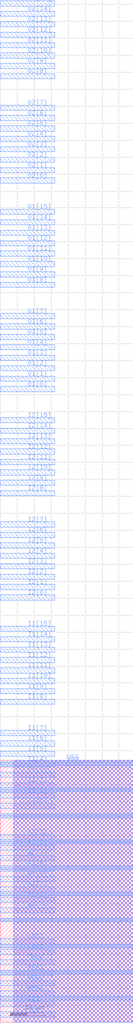
<source format=lef>
VERSION 5.6 ;
BUSBITCHARS "[]" ;
DIVIDERCHAR "/" ;

MACRO SRAM2RW16x16
  CLASS BLOCK ;
  ORIGIN 0 0 ;
  FOREIGN SRAM2RW16x16 0 0 ;
  SIZE 39.2 BY 77.184 ;
  SYMMETRY X Y ;
  SITE coreSite ;
  PIN VDD
    DIRECTION INOUT ;
    USE POWER ;
    PORT 
      LAYER M4 ;
        RECT 0.0 6.528 39.2 6.912 ;
        RECT 0.0 14.208 39.2 14.592 ;
        RECT 0.0 21.888 39.2 22.272 ;
        RECT 0.0 29.568 39.2 29.952 ;
        RECT 0.0 37.248 39.2 37.632 ;
        RECT 0.0 44.928 39.2 45.312 ;
        RECT 0.0 52.608 39.2 52.992 ;
        RECT 0.0 60.288 39.2 60.672 ;
        RECT 0.0 67.968 39.2 68.352 ;
        RECT 0.0 75.648 39.2 76.032 ;
    END 
  END VDD
  PIN VSS
    DIRECTION INOUT ;
    USE GROUND ;
    PORT 
      LAYER M4 ;
        RECT 0.0 7.296 39.2 7.68 ;
        RECT 0.0 14.976 39.2 15.36 ;
        RECT 0.0 22.656 39.2 23.04 ;
        RECT 0.0 30.336 39.2 30.72 ;
        RECT 0.0 38.016 39.2 38.4 ;
        RECT 0.0 45.696 39.2 46.08 ;
        RECT 0.0 53.376 39.2 53.76 ;
        RECT 0.0 61.056 39.2 61.44 ;
        RECT 0.0 68.736 39.2 69.12 ;
        RECT 0.0 76.416 39.2 76.8 ;
    END 
  END VSS
  PIN CE1
    DIRECTION INPUT ;
    USE SIGNAL ;
    PORT 
      LAYER M4 ;
        RECT 0.0 1.536 16.0 3.072 ;
    END 
  END CE1
  PIN CE2
    DIRECTION INPUT ;
    USE SIGNAL ;
    PORT 
      LAYER M4 ;
        RECT 0.0 4.608 16.0 6.144 ;
    END 
  END CE2
  PIN WEB1
    DIRECTION INPUT ;
    USE SIGNAL ;
    PORT 
      LAYER M4 ;
        RECT 0.0 7.68 16.0 9.216 ;
    END 
  END WEB1
  PIN WEB2
    DIRECTION INPUT ;
    USE SIGNAL ;
    PORT 
      LAYER M4 ;
        RECT 0.0 10.752 16.0 12.288 ;
    END 
  END WEB2
  PIN OEB1
    DIRECTION INPUT ;
    USE SIGNAL ;
    PORT 
      LAYER M4 ;
        RECT 0.0 13.824 16.0 15.36 ;
    END 
  END OEB1
  PIN OEB2
    DIRECTION INPUT ;
    USE SIGNAL ;
    PORT 
      LAYER M4 ;
        RECT 0.0 16.896 16.0 18.432 ;
    END 
  END OEB2
  PIN CSB1
    DIRECTION INPUT ;
    USE SIGNAL ;
    PORT 
      LAYER M4 ;
        RECT 0.0 19.968 16.0 21.504 ;
    END 
  END CSB1
  PIN CSB2
    DIRECTION INPUT ;
    USE SIGNAL ;
    PORT 
      LAYER M4 ;
        RECT 0.0 23.04 16.0 24.576 ;
    END 
  END CSB2
  PIN A1[0]
    DIRECTION INPUT ;
    USE SIGNAL ;
    PORT 
      LAYER M4 ;
        RECT 0.0 32.256 16.0 33.792 ;
    END 
  END A1[0]
  PIN A1[1]
    DIRECTION INPUT ;
    USE SIGNAL ;
    PORT 
      LAYER M4 ;
        RECT 0.0 35.328 16.0 36.864 ;
    END 
  END A1[1]
  PIN A1[2]
    DIRECTION INPUT ;
    USE SIGNAL ;
    PORT 
      LAYER M4 ;
        RECT 0.0 38.4 16.0 39.936 ;
    END 
  END A1[2]
  PIN A1[3]
    DIRECTION INPUT ;
    USE SIGNAL ;
    PORT 
      LAYER M4 ;
        RECT 0.0 41.472 16.0 43.008 ;
    END 
  END A1[3]
  PIN A2[0]
    DIRECTION INPUT ;
    USE SIGNAL ;
    PORT 
      LAYER M4 ;
        RECT 0.0 44.544 16.0 46.08 ;
    END 
  END A2[0]
  PIN A2[1]
    DIRECTION INPUT ;
    USE SIGNAL ;
    PORT 
      LAYER M4 ;
        RECT 0.0 47.616 16.0 49.152 ;
    END 
  END A2[1]
  PIN A2[2]
    DIRECTION INPUT ;
    USE SIGNAL ;
    PORT 
      LAYER M4 ;
        RECT 0.0 50.688 16.0 52.224 ;
    END 
  END A2[2]
  PIN A2[3]
    DIRECTION INPUT ;
    USE SIGNAL ;
    PORT 
      LAYER M4 ;
        RECT 0.0 53.76 16.0 55.296 ;
    END 
  END A2[3]
  PIN I1[0]
    DIRECTION INPUT ;
    USE SIGNAL ;
    PORT 
      LAYER M4 ;
        RECT 0.0 62.976 16.0 64.512 ;
    END 
  END I1[0]
  PIN I1[1]
    DIRECTION INPUT ;
    USE SIGNAL ;
    PORT 
      LAYER M4 ;
        RECT 0.0 66.048 16.0 67.584 ;
    END 
  END I1[1]
  PIN I1[2]
    DIRECTION INPUT ;
    USE SIGNAL ;
    PORT 
      LAYER M4 ;
        RECT 0.0 69.12 16.0 70.656 ;
    END 
  END I1[2]
  PIN I1[3]
    DIRECTION INPUT ;
    USE SIGNAL ;
    PORT 
      LAYER M4 ;
        RECT 0.0 72.192 16.0 73.728 ;
    END 
  END I1[3]
  PIN I1[4]
    DIRECTION INPUT ;
    USE SIGNAL ;
    PORT 
      LAYER M4 ;
        RECT 0.0 75.264 16.0 76.8 ;
    END 
  END I1[4]
  PIN I1[5]
    DIRECTION INPUT ;
    USE SIGNAL ;
    PORT 
      LAYER M4 ;
        RECT 0.0 78.336 16.0 79.872 ;
    END 
  END I1[5]
  PIN I1[6]
    DIRECTION INPUT ;
    USE SIGNAL ;
    PORT 
      LAYER M4 ;
        RECT 0.0 81.408 16.0 82.944 ;
    END 
  END I1[6]
  PIN I1[7]
    DIRECTION INPUT ;
    USE SIGNAL ;
    PORT 
      LAYER M4 ;
        RECT 0.0 84.48 16.0 86.016 ;
    END 
  END I1[7]
  PIN I1[8]
    DIRECTION INPUT ;
    USE SIGNAL ;
    PORT 
      LAYER M4 ;
        RECT 0.0 93.696 16.0 95.232 ;
    END 
  END I1[8]
  PIN I1[9]
    DIRECTION INPUT ;
    USE SIGNAL ;
    PORT 
      LAYER M4 ;
        RECT 0.0 96.768 16.0 98.304 ;
    END 
  END I1[9]
  PIN I1[10]
    DIRECTION INPUT ;
    USE SIGNAL ;
    PORT 
      LAYER M4 ;
        RECT 0.0 99.84 16.0 101.376 ;
    END 
  END I1[10]
  PIN I1[11]
    DIRECTION INPUT ;
    USE SIGNAL ;
    PORT 
      LAYER M4 ;
        RECT 0.0 102.912 16.0 104.448 ;
    END 
  END I1[11]
  PIN I1[12]
    DIRECTION INPUT ;
    USE SIGNAL ;
    PORT 
      LAYER M4 ;
        RECT 0.0 105.984 16.0 107.52 ;
    END 
  END I1[12]
  PIN I1[13]
    DIRECTION INPUT ;
    USE SIGNAL ;
    PORT 
      LAYER M4 ;
        RECT 0.0 109.056 16.0 110.592 ;
    END 
  END I1[13]
  PIN I1[14]
    DIRECTION INPUT ;
    USE SIGNAL ;
    PORT 
      LAYER M4 ;
        RECT 0.0 112.128 16.0 113.664 ;
    END 
  END I1[14]
  PIN I1[15]
    DIRECTION INPUT ;
    USE SIGNAL ;
    PORT 
      LAYER M4 ;
        RECT 0.0 115.2 16.0 116.736 ;
    END 
  END I1[15]
  PIN I2[0]
    DIRECTION INPUT ;
    USE SIGNAL ;
    PORT 
      LAYER M4 ;
        RECT 0.0 124.416 16.0 125.952 ;
    END 
  END I2[0]
  PIN I2[1]
    DIRECTION INPUT ;
    USE SIGNAL ;
    PORT 
      LAYER M4 ;
        RECT 0.0 127.488 16.0 129.024 ;
    END 
  END I2[1]
  PIN I2[2]
    DIRECTION INPUT ;
    USE SIGNAL ;
    PORT 
      LAYER M4 ;
        RECT 0.0 130.56 16.0 132.096 ;
    END 
  END I2[2]
  PIN I2[3]
    DIRECTION INPUT ;
    USE SIGNAL ;
    PORT 
      LAYER M4 ;
        RECT 0.0 133.632 16.0 135.168 ;
    END 
  END I2[3]
  PIN I2[4]
    DIRECTION INPUT ;
    USE SIGNAL ;
    PORT 
      LAYER M4 ;
        RECT 0.0 136.704 16.0 138.24 ;
    END 
  END I2[4]
  PIN I2[5]
    DIRECTION INPUT ;
    USE SIGNAL ;
    PORT 
      LAYER M4 ;
        RECT 0.0 139.776 16.0 141.312 ;
    END 
  END I2[5]
  PIN I2[6]
    DIRECTION INPUT ;
    USE SIGNAL ;
    PORT 
      LAYER M4 ;
        RECT 0.0 142.848 16.0 144.384 ;
    END 
  END I2[6]
  PIN I2[7]
    DIRECTION INPUT ;
    USE SIGNAL ;
    PORT 
      LAYER M4 ;
        RECT 0.0 145.92 16.0 147.456 ;
    END 
  END I2[7]
  PIN I2[8]
    DIRECTION INPUT ;
    USE SIGNAL ;
    PORT 
      LAYER M4 ;
        RECT 0.0 155.136 16.0 156.672 ;
    END 
  END I2[8]
  PIN I2[9]
    DIRECTION INPUT ;
    USE SIGNAL ;
    PORT 
      LAYER M4 ;
        RECT 0.0 158.208 16.0 159.744 ;
    END 
  END I2[9]
  PIN I2[10]
    DIRECTION INPUT ;
    USE SIGNAL ;
    PORT 
      LAYER M4 ;
        RECT 0.0 161.28 16.0 162.816 ;
    END 
  END I2[10]
  PIN I2[11]
    DIRECTION INPUT ;
    USE SIGNAL ;
    PORT 
      LAYER M4 ;
        RECT 0.0 164.352 16.0 165.888 ;
    END 
  END I2[11]
  PIN I2[12]
    DIRECTION INPUT ;
    USE SIGNAL ;
    PORT 
      LAYER M4 ;
        RECT 0.0 167.424 16.0 168.96 ;
    END 
  END I2[12]
  PIN I2[13]
    DIRECTION INPUT ;
    USE SIGNAL ;
    PORT 
      LAYER M4 ;
        RECT 0.0 170.496 16.0 172.032 ;
    END 
  END I2[13]
  PIN I2[14]
    DIRECTION INPUT ;
    USE SIGNAL ;
    PORT 
      LAYER M4 ;
        RECT 0.0 173.568 16.0 175.104 ;
    END 
  END I2[14]
  PIN I2[15]
    DIRECTION INPUT ;
    USE SIGNAL ;
    PORT 
      LAYER M4 ;
        RECT 0.0 176.64 16.0 178.176 ;
    END 
  END I2[15]
  PIN O1[0]
    DIRECTION OUTPUT ;
    USE SIGNAL ;
    PORT 
      LAYER M4 ;
        RECT 0.0 185.856 16.0 187.392 ;
    END 
  END O1[0]
  PIN O1[1]
    DIRECTION OUTPUT ;
    USE SIGNAL ;
    PORT 
      LAYER M4 ;
        RECT 0.0 188.928 16.0 190.464 ;
    END 
  END O1[1]
  PIN O1[2]
    DIRECTION OUTPUT ;
    USE SIGNAL ;
    PORT 
      LAYER M4 ;
        RECT 0.0 192.0 16.0 193.536 ;
    END 
  END O1[2]
  PIN O1[3]
    DIRECTION OUTPUT ;
    USE SIGNAL ;
    PORT 
      LAYER M4 ;
        RECT 0.0 195.072 16.0 196.608 ;
    END 
  END O1[3]
  PIN O1[4]
    DIRECTION OUTPUT ;
    USE SIGNAL ;
    PORT 
      LAYER M4 ;
        RECT 0.0 198.144 16.0 199.68 ;
    END 
  END O1[4]
  PIN O1[5]
    DIRECTION OUTPUT ;
    USE SIGNAL ;
    PORT 
      LAYER M4 ;
        RECT 0.0 201.216 16.0 202.752 ;
    END 
  END O1[5]
  PIN O1[6]
    DIRECTION OUTPUT ;
    USE SIGNAL ;
    PORT 
      LAYER M4 ;
        RECT 0.0 204.288 16.0 205.824 ;
    END 
  END O1[6]
  PIN O1[7]
    DIRECTION OUTPUT ;
    USE SIGNAL ;
    PORT 
      LAYER M4 ;
        RECT 0.0 207.36 16.0 208.896 ;
    END 
  END O1[7]
  PIN O1[8]
    DIRECTION OUTPUT ;
    USE SIGNAL ;
    PORT 
      LAYER M4 ;
        RECT 0.0 216.576 16.0 218.112 ;
    END 
  END O1[8]
  PIN O1[9]
    DIRECTION OUTPUT ;
    USE SIGNAL ;
    PORT 
      LAYER M4 ;
        RECT 0.0 219.648 16.0 221.184 ;
    END 
  END O1[9]
  PIN O1[10]
    DIRECTION OUTPUT ;
    USE SIGNAL ;
    PORT 
      LAYER M4 ;
        RECT 0.0 222.72 16.0 224.256 ;
    END 
  END O1[10]
  PIN O1[11]
    DIRECTION OUTPUT ;
    USE SIGNAL ;
    PORT 
      LAYER M4 ;
        RECT 0.0 225.792 16.0 227.328 ;
    END 
  END O1[11]
  PIN O1[12]
    DIRECTION OUTPUT ;
    USE SIGNAL ;
    PORT 
      LAYER M4 ;
        RECT 0.0 228.864 16.0 230.4 ;
    END 
  END O1[12]
  PIN O1[13]
    DIRECTION OUTPUT ;
    USE SIGNAL ;
    PORT 
      LAYER M4 ;
        RECT 0.0 231.936 16.0 233.472 ;
    END 
  END O1[13]
  PIN O1[14]
    DIRECTION OUTPUT ;
    USE SIGNAL ;
    PORT 
      LAYER M4 ;
        RECT 0.0 235.008 16.0 236.544 ;
    END 
  END O1[14]
  PIN O1[15]
    DIRECTION OUTPUT ;
    USE SIGNAL ;
    PORT 
      LAYER M4 ;
        RECT 0.0 238.08 16.0 239.616 ;
    END 
  END O1[15]
  PIN O2[0]
    DIRECTION OUTPUT ;
    USE SIGNAL ;
    PORT 
      LAYER M4 ;
        RECT 0.0 247.296 16.0 248.832 ;
    END 
  END O2[0]
  PIN O2[1]
    DIRECTION OUTPUT ;
    USE SIGNAL ;
    PORT 
      LAYER M4 ;
        RECT 0.0 250.368 16.0 251.904 ;
    END 
  END O2[1]
  PIN O2[2]
    DIRECTION OUTPUT ;
    USE SIGNAL ;
    PORT 
      LAYER M4 ;
        RECT 0.0 253.44 16.0 254.976 ;
    END 
  END O2[2]
  PIN O2[3]
    DIRECTION OUTPUT ;
    USE SIGNAL ;
    PORT 
      LAYER M4 ;
        RECT 0.0 256.512 16.0 258.048 ;
    END 
  END O2[3]
  PIN O2[4]
    DIRECTION OUTPUT ;
    USE SIGNAL ;
    PORT 
      LAYER M4 ;
        RECT 0.0 259.584 16.0 261.12 ;
    END 
  END O2[4]
  PIN O2[5]
    DIRECTION OUTPUT ;
    USE SIGNAL ;
    PORT 
      LAYER M4 ;
        RECT 0.0 262.656 16.0 264.192 ;
    END 
  END O2[5]
  PIN O2[6]
    DIRECTION OUTPUT ;
    USE SIGNAL ;
    PORT 
      LAYER M4 ;
        RECT 0.0 265.728 16.0 267.264 ;
    END 
  END O2[6]
  PIN O2[7]
    DIRECTION OUTPUT ;
    USE SIGNAL ;
    PORT 
      LAYER M4 ;
        RECT 0.0 268.8 16.0 270.336 ;
    END 
  END O2[7]
  PIN O2[8]
    DIRECTION OUTPUT ;
    USE SIGNAL ;
    PORT 
      LAYER M4 ;
        RECT 0.0 278.016 16.0 279.552 ;
    END 
  END O2[8]
  PIN O2[9]
    DIRECTION OUTPUT ;
    USE SIGNAL ;
    PORT 
      LAYER M4 ;
        RECT 0.0 281.088 16.0 282.624 ;
    END 
  END O2[9]
  PIN O2[10]
    DIRECTION OUTPUT ;
    USE SIGNAL ;
    PORT 
      LAYER M4 ;
        RECT 0.0 284.16 16.0 285.696 ;
    END 
  END O2[10]
  PIN O2[11]
    DIRECTION OUTPUT ;
    USE SIGNAL ;
    PORT 
      LAYER M4 ;
        RECT 0.0 287.232 16.0 288.768 ;
    END 
  END O2[11]
  PIN O2[12]
    DIRECTION OUTPUT ;
    USE SIGNAL ;
    PORT 
      LAYER M4 ;
        RECT 0.0 290.304 16.0 291.84 ;
    END 
  END O2[12]
  PIN O2[13]
    DIRECTION OUTPUT ;
    USE SIGNAL ;
    PORT 
      LAYER M4 ;
        RECT 0.0 293.376 16.0 294.912 ;
    END 
  END O2[13]
  PIN O2[14]
    DIRECTION OUTPUT ;
    USE SIGNAL ;
    PORT 
      LAYER M4 ;
        RECT 0.0 296.448 16.0 297.984 ;
    END 
  END O2[14]
  PIN O2[15]
    DIRECTION OUTPUT ;
    USE SIGNAL ;
    PORT 
      LAYER M4 ;
        RECT 0.0 299.52 16.0 301.056 ;
    END 
  END O2[15]
  OBS 
    LAYER M1 ;
      RECT 4.0 0.0 39.2 77.184 ;
    LAYER M2 ;
      RECT 4.0 0.0 39.2 77.184 ;
    LAYER M3 ;
      RECT 4.0 0.0 39.2 77.184 ;
  END 
END SRAM2RW16x16

END LIBRARY
</source>
